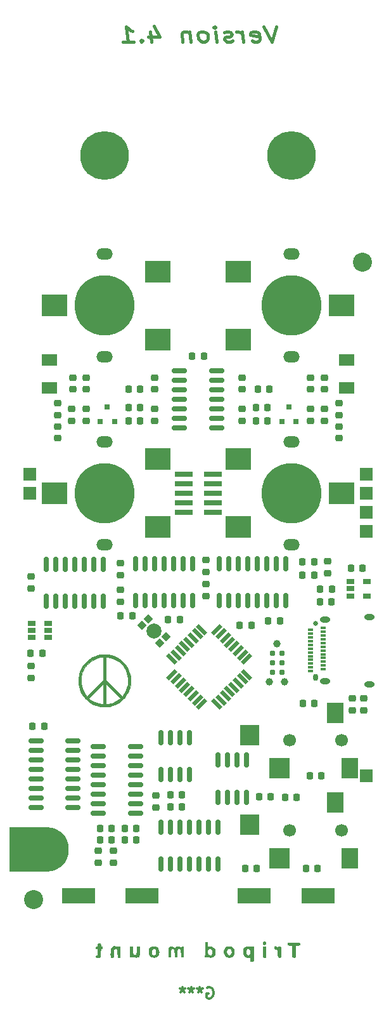
<source format=gbr>
G04 #@! TF.GenerationSoftware,KiCad,Pcbnew,6.0.11-2627ca5db0~126~ubuntu22.04.1*
G04 #@! TF.CreationDate,2023-07-01T13:56:55+02:00*
G04 #@! TF.ProjectId,OpenThereminV41,4f70656e-5468-4657-9265-6d696e563431,rev?*
G04 #@! TF.SameCoordinates,Original*
G04 #@! TF.FileFunction,Soldermask,Bot*
G04 #@! TF.FilePolarity,Negative*
%FSLAX46Y46*%
G04 Gerber Fmt 4.6, Leading zero omitted, Abs format (unit mm)*
G04 Created by KiCad (PCBNEW 6.0.11-2627ca5db0~126~ubuntu22.04.1) date 2023-07-01 13:56:55*
%MOMM*%
%LPD*%
G01*
G04 APERTURE LIST*
G04 Aperture macros list*
%AMRoundRect*
0 Rectangle with rounded corners*
0 $1 Rounding radius*
0 $2 $3 $4 $5 $6 $7 $8 $9 X,Y pos of 4 corners*
0 Add a 4 corners polygon primitive as box body*
4,1,4,$2,$3,$4,$5,$6,$7,$8,$9,$2,$3,0*
0 Add four circle primitives for the rounded corners*
1,1,$1+$1,$2,$3*
1,1,$1+$1,$4,$5*
1,1,$1+$1,$6,$7*
1,1,$1+$1,$8,$9*
0 Add four rect primitives between the rounded corners*
20,1,$1+$1,$2,$3,$4,$5,0*
20,1,$1+$1,$4,$5,$6,$7,0*
20,1,$1+$1,$6,$7,$8,$9,0*
20,1,$1+$1,$8,$9,$2,$3,0*%
%AMRotRect*
0 Rectangle, with rotation*
0 The origin of the aperture is its center*
0 $1 length*
0 $2 width*
0 $3 Rotation angle, in degrees counterclockwise*
0 Add horizontal line*
21,1,$1,$2,0,0,$3*%
G04 Aperture macros list end*
%ADD10C,0.400000*%
%ADD11C,0.300000*%
%ADD12C,0.010000*%
%ADD13R,5.000000X6.000000*%
%ADD14C,6.000000*%
%ADD15C,6.500000*%
%ADD16O,2.200000X1.500000*%
%ADD17C,8.000000*%
%ADD18R,3.500000X3.000000*%
%ADD19O,0.650000X0.950000*%
%ADD20C,0.650000*%
%ADD21R,0.700000X0.300000*%
%ADD22O,1.400000X0.800000*%
%ADD23R,0.800100X0.800100*%
%ADD24RoundRect,0.218750X0.256250X-0.218750X0.256250X0.218750X-0.256250X0.218750X-0.256250X-0.218750X0*%
%ADD25RoundRect,0.218750X-0.256250X0.218750X-0.256250X-0.218750X0.256250X-0.218750X0.256250X0.218750X0*%
%ADD26RoundRect,0.218750X0.218750X0.256250X-0.218750X0.256250X-0.218750X-0.256250X0.218750X-0.256250X0*%
%ADD27RoundRect,0.218750X-0.218750X-0.256250X0.218750X-0.256250X0.218750X0.256250X-0.218750X0.256250X0*%
%ADD28RoundRect,0.150000X0.150000X-0.825000X0.150000X0.825000X-0.150000X0.825000X-0.150000X-0.825000X0*%
%ADD29RoundRect,0.150000X-0.825000X-0.150000X0.825000X-0.150000X0.825000X0.150000X-0.825000X0.150000X0*%
%ADD30RoundRect,0.150000X-0.150000X0.825000X-0.150000X-0.825000X0.150000X-0.825000X0.150000X0.825000X0*%
%ADD31R,1.060000X0.650000*%
%ADD32R,4.500000X2.000000*%
%ADD33C,2.000000*%
%ADD34RotRect,0.900000X0.850000X135.000000*%
%ADD35RoundRect,0.150000X0.825000X0.150000X-0.825000X0.150000X-0.825000X-0.150000X0.825000X-0.150000X0*%
%ADD36R,1.700000X1.700000*%
%ADD37C,0.990600*%
%ADD38C,0.787400*%
%ADD39C,1.700000*%
%ADD40R,2.200000X2.800000*%
%ADD41R,2.800000X2.800000*%
%ADD42R,2.600000X2.800000*%
%ADD43C,2.540000*%
%ADD44RotRect,1.600000X0.550000X45.000000*%
%ADD45RotRect,1.600000X0.550000X315.000000*%
%ADD46R,2.000000X1.500000*%
%ADD47R,2.400000X0.740000*%
G04 APERTURE END LIST*
D10*
X110415535Y-38544761D02*
X109832202Y-40544761D01*
X108748869Y-38544761D01*
X107201250Y-40449523D02*
X107451250Y-40544761D01*
X107927440Y-40544761D01*
X108153630Y-40449523D01*
X108248869Y-40259047D01*
X108153630Y-39497142D01*
X108010773Y-39306666D01*
X107760773Y-39211428D01*
X107284583Y-39211428D01*
X107058392Y-39306666D01*
X106963154Y-39497142D01*
X106986964Y-39687619D01*
X108201250Y-39878095D01*
X106022678Y-40544761D02*
X105856011Y-39211428D01*
X105903630Y-39592380D02*
X105760773Y-39401904D01*
X105629821Y-39306666D01*
X105379821Y-39211428D01*
X105141726Y-39211428D01*
X104582202Y-40449523D02*
X104356011Y-40544761D01*
X103879821Y-40544761D01*
X103629821Y-40449523D01*
X103486964Y-40259047D01*
X103475059Y-40163809D01*
X103570297Y-39973333D01*
X103796488Y-39878095D01*
X104153630Y-39878095D01*
X104379821Y-39782857D01*
X104475059Y-39592380D01*
X104463154Y-39497142D01*
X104320297Y-39306666D01*
X104070297Y-39211428D01*
X103713154Y-39211428D01*
X103486964Y-39306666D01*
X102451250Y-40544761D02*
X102284583Y-39211428D01*
X102201250Y-38544761D02*
X102332202Y-38640000D01*
X102225059Y-38735238D01*
X102094107Y-38640000D01*
X102201250Y-38544761D01*
X102225059Y-38735238D01*
X100903630Y-40544761D02*
X101129821Y-40449523D01*
X101236964Y-40354285D01*
X101332202Y-40163809D01*
X101260773Y-39592380D01*
X101117916Y-39401904D01*
X100986964Y-39306666D01*
X100736964Y-39211428D01*
X100379821Y-39211428D01*
X100153630Y-39306666D01*
X100046488Y-39401904D01*
X99951250Y-39592380D01*
X100022678Y-40163809D01*
X100165535Y-40354285D01*
X100296488Y-40449523D01*
X100546488Y-40544761D01*
X100903630Y-40544761D01*
X98832202Y-39211428D02*
X98998869Y-40544761D01*
X98856011Y-39401904D02*
X98725059Y-39306666D01*
X98475059Y-39211428D01*
X98117916Y-39211428D01*
X97891726Y-39306666D01*
X97796488Y-39497142D01*
X97927440Y-40544761D01*
X93594107Y-39211428D02*
X93760773Y-40544761D01*
X94094107Y-38449523D02*
X94867916Y-39878095D01*
X93320297Y-39878095D01*
X92427440Y-40354285D02*
X92320297Y-40449523D01*
X92451250Y-40544761D01*
X92558392Y-40449523D01*
X92427440Y-40354285D01*
X92451250Y-40544761D01*
X89951250Y-40544761D02*
X91379821Y-40544761D01*
X90665535Y-40544761D02*
X90415535Y-38544761D01*
X90689345Y-38830476D01*
X90951250Y-39020952D01*
X91201250Y-39116190D01*
D11*
X101172571Y-166708000D02*
X101317714Y-166635428D01*
X101535428Y-166635428D01*
X101753142Y-166708000D01*
X101898285Y-166853142D01*
X101970857Y-166998285D01*
X102043428Y-167288571D01*
X102043428Y-167506285D01*
X101970857Y-167796571D01*
X101898285Y-167941714D01*
X101753142Y-168086857D01*
X101535428Y-168159428D01*
X101390285Y-168159428D01*
X101172571Y-168086857D01*
X101100000Y-168014285D01*
X101100000Y-167506285D01*
X101390285Y-167506285D01*
X100229142Y-166635428D02*
X100229142Y-166998285D01*
X100592000Y-166853142D02*
X100229142Y-166998285D01*
X99866285Y-166853142D01*
X100446857Y-167288571D02*
X100229142Y-166998285D01*
X100011428Y-167288571D01*
X99068000Y-166635428D02*
X99068000Y-166998285D01*
X99430857Y-166853142D02*
X99068000Y-166998285D01*
X98705142Y-166853142D01*
X99285714Y-167288571D02*
X99068000Y-166998285D01*
X98850285Y-167288571D01*
X97906857Y-166635428D02*
X97906857Y-166998285D01*
X98269714Y-166853142D02*
X97906857Y-166998285D01*
X97544000Y-166853142D01*
X98124571Y-167288571D02*
X97906857Y-166998285D01*
X97689142Y-167288571D01*
G36*
X89525728Y-128597778D02*
G01*
X89211446Y-128800100D01*
X88877197Y-128966667D01*
X88525033Y-129096252D01*
X88157006Y-129187625D01*
X87775167Y-129239560D01*
X87704691Y-129245433D01*
X87623275Y-129252498D01*
X87565288Y-129257876D01*
X87540116Y-129260721D01*
X87528200Y-129261950D01*
X87475165Y-129260798D01*
X87392830Y-129255023D01*
X87289912Y-129245578D01*
X87175129Y-129233415D01*
X87057197Y-129219489D01*
X86944835Y-129204753D01*
X86846758Y-129190161D01*
X86771684Y-129176666D01*
X86734687Y-129168758D01*
X86371531Y-129068396D01*
X86027901Y-128932326D01*
X85705415Y-128763026D01*
X85405690Y-128562975D01*
X85130345Y-128334652D01*
X84909989Y-128110083D01*
X85381316Y-128110083D01*
X85472283Y-128192094D01*
X85666441Y-128346938D01*
X85910435Y-128500803D01*
X86180658Y-128635648D01*
X86469747Y-128748248D01*
X86770335Y-128835378D01*
X87075060Y-128893814D01*
X87144581Y-128903517D01*
X87226718Y-128914615D01*
X87286112Y-128922194D01*
X87313185Y-128925000D01*
X87648167Y-128925000D01*
X87695792Y-128922323D01*
X87711003Y-128921298D01*
X87804380Y-128910955D01*
X87921909Y-128893375D01*
X88049585Y-128870979D01*
X88173401Y-128846190D01*
X88279353Y-128821428D01*
X88409531Y-128784092D01*
X88654176Y-128696193D01*
X88896104Y-128587964D01*
X89125413Y-128464485D01*
X89332196Y-128330835D01*
X89506551Y-128192094D01*
X89597518Y-128110083D01*
X88622843Y-127136502D01*
X87648167Y-126162922D01*
X87648167Y-128925000D01*
X87313185Y-128925000D01*
X87314360Y-128921892D01*
X87317309Y-128885939D01*
X87320077Y-128812512D01*
X87322620Y-128705120D01*
X87324894Y-128567271D01*
X87326854Y-128402473D01*
X87328456Y-128214235D01*
X87329655Y-128006065D01*
X87330407Y-127781471D01*
X87330667Y-127543961D01*
X87330667Y-126162922D01*
X86355992Y-127136502D01*
X85381316Y-128110083D01*
X84909989Y-128110083D01*
X84880995Y-128080535D01*
X84659260Y-127803102D01*
X84466755Y-127504834D01*
X84305099Y-127188208D01*
X84175908Y-126855703D01*
X84080801Y-126509799D01*
X84021395Y-126152972D01*
X84003213Y-125852290D01*
X84329211Y-125852290D01*
X84359559Y-126204952D01*
X84429771Y-126552904D01*
X84539514Y-126893153D01*
X84688456Y-127222710D01*
X84876264Y-127538583D01*
X84882180Y-127547328D01*
X84942345Y-127632017D01*
X85005148Y-127714376D01*
X85057906Y-127777711D01*
X85139917Y-127868673D01*
X87330363Y-125676069D01*
X87648167Y-125676069D01*
X88745548Y-126773298D01*
X89842929Y-127870526D01*
X89938197Y-127757471D01*
X90046322Y-127620383D01*
X90230911Y-127336620D01*
X90383915Y-127030343D01*
X90503833Y-126706836D01*
X90589166Y-126371386D01*
X90638413Y-126029278D01*
X90650074Y-125685796D01*
X90622648Y-125346226D01*
X90585186Y-125131254D01*
X90491294Y-124778278D01*
X90361331Y-124444276D01*
X90197330Y-124131278D01*
X90001321Y-123841319D01*
X89775338Y-123576429D01*
X89521413Y-123338641D01*
X89241578Y-123129987D01*
X88937864Y-122952499D01*
X88612304Y-122808209D01*
X88266930Y-122699149D01*
X87903774Y-122627352D01*
X87834253Y-122617649D01*
X87752117Y-122606550D01*
X87692722Y-122598971D01*
X87665649Y-122596166D01*
X87663048Y-122613295D01*
X87660327Y-122669562D01*
X87657785Y-122761815D01*
X87655460Y-122886732D01*
X87653389Y-123040989D01*
X87651610Y-123221266D01*
X87650160Y-123424240D01*
X87649078Y-123646588D01*
X87648401Y-123884988D01*
X87648167Y-124135966D01*
X87648167Y-125676069D01*
X87330363Y-125676069D01*
X87330667Y-125675765D01*
X87330667Y-124135966D01*
X87330473Y-123906979D01*
X87329834Y-123667310D01*
X87328787Y-123443394D01*
X87327369Y-123238554D01*
X87325618Y-123056113D01*
X87323571Y-122899392D01*
X87321267Y-122771714D01*
X87318743Y-122676403D01*
X87316036Y-122616779D01*
X87313185Y-122596166D01*
X87296747Y-122597721D01*
X87244917Y-122604167D01*
X87167828Y-122614462D01*
X87075060Y-122627352D01*
X86942962Y-122648678D01*
X86585560Y-122734192D01*
X86245820Y-122856704D01*
X85925976Y-123014466D01*
X85628262Y-123205731D01*
X85354911Y-123428751D01*
X85108155Y-123681778D01*
X84890229Y-123963065D01*
X84703366Y-124270865D01*
X84549798Y-124603429D01*
X84480678Y-124795944D01*
X84389438Y-125144795D01*
X84339060Y-125497907D01*
X84329211Y-125852290D01*
X84003213Y-125852290D01*
X83999307Y-125787703D01*
X84016155Y-125416471D01*
X84073555Y-125041752D01*
X84103984Y-124909215D01*
X84214811Y-124551920D01*
X84363580Y-124207935D01*
X84547791Y-123881365D01*
X84764945Y-123576314D01*
X85012542Y-123296887D01*
X85288084Y-123047189D01*
X85573970Y-122839165D01*
X85896094Y-122652951D01*
X86232617Y-122503746D01*
X86580362Y-122391550D01*
X86936151Y-122316363D01*
X87296806Y-122278185D01*
X87659151Y-122277016D01*
X88020007Y-122312855D01*
X88376198Y-122385704D01*
X88724545Y-122495562D01*
X89061871Y-122642428D01*
X89384999Y-122826304D01*
X89690750Y-123047189D01*
X89712803Y-123065175D01*
X89987867Y-123317773D01*
X90230337Y-123594453D01*
X90439720Y-123892094D01*
X90615524Y-124207576D01*
X90757257Y-124537781D01*
X90864426Y-124879587D01*
X90936539Y-125229875D01*
X90973103Y-125585526D01*
X90973250Y-125685796D01*
X90973627Y-125943419D01*
X90937616Y-126300435D01*
X90864580Y-126653455D01*
X90754026Y-126999357D01*
X90605461Y-127335023D01*
X90418393Y-127657332D01*
X90328258Y-127788568D01*
X90086186Y-128090784D01*
X90067026Y-128110083D01*
X89817992Y-128360930D01*
X89525728Y-128597778D01*
G37*
D12*
X89525728Y-128597778D02*
X89211446Y-128800100D01*
X88877197Y-128966667D01*
X88525033Y-129096252D01*
X88157006Y-129187625D01*
X87775167Y-129239560D01*
X87704691Y-129245433D01*
X87623275Y-129252498D01*
X87565288Y-129257876D01*
X87540116Y-129260721D01*
X87528200Y-129261950D01*
X87475165Y-129260798D01*
X87392830Y-129255023D01*
X87289912Y-129245578D01*
X87175129Y-129233415D01*
X87057197Y-129219489D01*
X86944835Y-129204753D01*
X86846758Y-129190161D01*
X86771684Y-129176666D01*
X86734687Y-129168758D01*
X86371531Y-129068396D01*
X86027901Y-128932326D01*
X85705415Y-128763026D01*
X85405690Y-128562975D01*
X85130345Y-128334652D01*
X84909989Y-128110083D01*
X85381316Y-128110083D01*
X85472283Y-128192094D01*
X85666441Y-128346938D01*
X85910435Y-128500803D01*
X86180658Y-128635648D01*
X86469747Y-128748248D01*
X86770335Y-128835378D01*
X87075060Y-128893814D01*
X87144581Y-128903517D01*
X87226718Y-128914615D01*
X87286112Y-128922194D01*
X87313185Y-128925000D01*
X87648167Y-128925000D01*
X87695792Y-128922323D01*
X87711003Y-128921298D01*
X87804380Y-128910955D01*
X87921909Y-128893375D01*
X88049585Y-128870979D01*
X88173401Y-128846190D01*
X88279353Y-128821428D01*
X88409531Y-128784092D01*
X88654176Y-128696193D01*
X88896104Y-128587964D01*
X89125413Y-128464485D01*
X89332196Y-128330835D01*
X89506551Y-128192094D01*
X89597518Y-128110083D01*
X88622843Y-127136502D01*
X87648167Y-126162922D01*
X87648167Y-128925000D01*
X87313185Y-128925000D01*
X87314360Y-128921892D01*
X87317309Y-128885939D01*
X87320077Y-128812512D01*
X87322620Y-128705120D01*
X87324894Y-128567271D01*
X87326854Y-128402473D01*
X87328456Y-128214235D01*
X87329655Y-128006065D01*
X87330407Y-127781471D01*
X87330667Y-127543961D01*
X87330667Y-126162922D01*
X86355992Y-127136502D01*
X85381316Y-128110083D01*
X84909989Y-128110083D01*
X84880995Y-128080535D01*
X84659260Y-127803102D01*
X84466755Y-127504834D01*
X84305099Y-127188208D01*
X84175908Y-126855703D01*
X84080801Y-126509799D01*
X84021395Y-126152972D01*
X84003213Y-125852290D01*
X84329211Y-125852290D01*
X84359559Y-126204952D01*
X84429771Y-126552904D01*
X84539514Y-126893153D01*
X84688456Y-127222710D01*
X84876264Y-127538583D01*
X84882180Y-127547328D01*
X84942345Y-127632017D01*
X85005148Y-127714376D01*
X85057906Y-127777711D01*
X85139917Y-127868673D01*
X87330363Y-125676069D01*
X87648167Y-125676069D01*
X88745548Y-126773298D01*
X89842929Y-127870526D01*
X89938197Y-127757471D01*
X90046322Y-127620383D01*
X90230911Y-127336620D01*
X90383915Y-127030343D01*
X90503833Y-126706836D01*
X90589166Y-126371386D01*
X90638413Y-126029278D01*
X90650074Y-125685796D01*
X90622648Y-125346226D01*
X90585186Y-125131254D01*
X90491294Y-124778278D01*
X90361331Y-124444276D01*
X90197330Y-124131278D01*
X90001321Y-123841319D01*
X89775338Y-123576429D01*
X89521413Y-123338641D01*
X89241578Y-123129987D01*
X88937864Y-122952499D01*
X88612304Y-122808209D01*
X88266930Y-122699149D01*
X87903774Y-122627352D01*
X87834253Y-122617649D01*
X87752117Y-122606550D01*
X87692722Y-122598971D01*
X87665649Y-122596166D01*
X87663048Y-122613295D01*
X87660327Y-122669562D01*
X87657785Y-122761815D01*
X87655460Y-122886732D01*
X87653389Y-123040989D01*
X87651610Y-123221266D01*
X87650160Y-123424240D01*
X87649078Y-123646588D01*
X87648401Y-123884988D01*
X87648167Y-124135966D01*
X87648167Y-125676069D01*
X87330363Y-125676069D01*
X87330667Y-125675765D01*
X87330667Y-124135966D01*
X87330473Y-123906979D01*
X87329834Y-123667310D01*
X87328787Y-123443394D01*
X87327369Y-123238554D01*
X87325618Y-123056113D01*
X87323571Y-122899392D01*
X87321267Y-122771714D01*
X87318743Y-122676403D01*
X87316036Y-122616779D01*
X87313185Y-122596166D01*
X87296747Y-122597721D01*
X87244917Y-122604167D01*
X87167828Y-122614462D01*
X87075060Y-122627352D01*
X86942962Y-122648678D01*
X86585560Y-122734192D01*
X86245820Y-122856704D01*
X85925976Y-123014466D01*
X85628262Y-123205731D01*
X85354911Y-123428751D01*
X85108155Y-123681778D01*
X84890229Y-123963065D01*
X84703366Y-124270865D01*
X84549798Y-124603429D01*
X84480678Y-124795944D01*
X84389438Y-125144795D01*
X84339060Y-125497907D01*
X84329211Y-125852290D01*
X84003213Y-125852290D01*
X83999307Y-125787703D01*
X84016155Y-125416471D01*
X84073555Y-125041752D01*
X84103984Y-124909215D01*
X84214811Y-124551920D01*
X84363580Y-124207935D01*
X84547791Y-123881365D01*
X84764945Y-123576314D01*
X85012542Y-123296887D01*
X85288084Y-123047189D01*
X85573970Y-122839165D01*
X85896094Y-122652951D01*
X86232617Y-122503746D01*
X86580362Y-122391550D01*
X86936151Y-122316363D01*
X87296806Y-122278185D01*
X87659151Y-122277016D01*
X88020007Y-122312855D01*
X88376198Y-122385704D01*
X88724545Y-122495562D01*
X89061871Y-122642428D01*
X89384999Y-122826304D01*
X89690750Y-123047189D01*
X89712803Y-123065175D01*
X89987867Y-123317773D01*
X90230337Y-123594453D01*
X90439720Y-123892094D01*
X90615524Y-124207576D01*
X90757257Y-124537781D01*
X90864426Y-124879587D01*
X90936539Y-125229875D01*
X90973103Y-125585526D01*
X90973250Y-125685796D01*
X90973627Y-125943419D01*
X90937616Y-126300435D01*
X90864580Y-126653455D01*
X90754026Y-126999357D01*
X90605461Y-127335023D01*
X90418393Y-127657332D01*
X90328258Y-127788568D01*
X90086186Y-128090784D01*
X90067026Y-128110083D01*
X89817992Y-128360930D01*
X89525728Y-128597778D01*
G36*
X94817042Y-162114713D02*
G01*
X94749499Y-162355069D01*
X94618173Y-162540485D01*
X94423873Y-162669539D01*
X94384607Y-162685031D01*
X94177265Y-162722946D01*
X93948011Y-162709130D01*
X93732979Y-162644872D01*
X93590164Y-162552644D01*
X93467538Y-162387504D01*
X93402008Y-162162738D01*
X93394664Y-161942946D01*
X93809015Y-161942946D01*
X93810641Y-161989007D01*
X93836760Y-162144249D01*
X93886582Y-162277112D01*
X93949481Y-162356328D01*
X93988831Y-162372988D01*
X94105740Y-162384258D01*
X94223346Y-162361271D01*
X94245129Y-162349919D01*
X94322108Y-162259796D01*
X94374258Y-162120470D01*
X94397096Y-161958955D01*
X94386135Y-161802263D01*
X94336891Y-161677405D01*
X94247675Y-161581181D01*
X94125310Y-161525516D01*
X94006929Y-161540566D01*
X93905865Y-161619626D01*
X93835450Y-161755988D01*
X93809015Y-161942946D01*
X93394664Y-161942946D01*
X93392418Y-161875734D01*
X93392753Y-161869973D01*
X93435038Y-161612421D01*
X93529228Y-161420631D01*
X93678744Y-161291626D01*
X93887003Y-161222433D01*
X94157427Y-161210075D01*
X94277406Y-161218160D01*
X94400505Y-161238993D01*
X94489969Y-161279680D01*
X94576088Y-161350372D01*
X94697256Y-161490544D01*
X94795412Y-161703679D01*
X94826484Y-161958955D01*
X94826711Y-161960821D01*
X94817042Y-162114713D01*
G37*
G36*
X86865640Y-160775665D02*
G01*
X86941209Y-160782702D01*
X86987030Y-160815929D01*
X87016665Y-160894695D01*
X87043675Y-161038351D01*
X87053693Y-161088647D01*
X87093331Y-161175562D01*
X87163590Y-161208251D01*
X87218353Y-161225462D01*
X87249930Y-161278599D01*
X87257596Y-161390957D01*
X87253958Y-161474815D01*
X87229574Y-161547688D01*
X87172788Y-161576389D01*
X87150005Y-161581398D01*
X87094609Y-161606631D01*
X87058431Y-161658040D01*
X87037454Y-161750305D01*
X87027657Y-161898103D01*
X87025023Y-162116113D01*
X87024687Y-162182338D01*
X87017436Y-162391508D01*
X86996316Y-162535221D01*
X86955464Y-162628785D01*
X86889014Y-162687507D01*
X86791103Y-162726695D01*
X86713864Y-162749468D01*
X86637974Y-162764709D01*
X86573854Y-162756728D01*
X86479450Y-162725344D01*
X86426029Y-162703851D01*
X86361823Y-162647805D01*
X86345910Y-162551754D01*
X86347657Y-162511278D01*
X86380303Y-162429502D01*
X86473122Y-162376698D01*
X86600334Y-162328600D01*
X86600334Y-161955638D01*
X86599747Y-161830863D01*
X86594926Y-161697886D01*
X86582225Y-161623038D01*
X86558097Y-161590056D01*
X86518994Y-161582676D01*
X86400684Y-161568014D01*
X86325646Y-161508223D01*
X86303506Y-161391539D01*
X86320037Y-161286598D01*
X86387445Y-161220040D01*
X86518994Y-161200402D01*
X86569645Y-161187106D01*
X86594211Y-161132020D01*
X86600334Y-161013809D01*
X86604451Y-160923898D01*
X86636406Y-160830461D01*
X86715412Y-160786585D01*
X86859557Y-160775653D01*
X86865640Y-160775665D01*
G37*
G36*
X96584231Y-161213370D02*
G01*
X96769348Y-161286503D01*
X96909815Y-161372286D01*
X97018890Y-161286344D01*
X97023054Y-161283117D01*
X97178893Y-161214028D01*
X97363815Y-161209291D01*
X97551406Y-161269728D01*
X97563758Y-161276018D01*
X97660166Y-161311204D01*
X97701248Y-161290966D01*
X97712950Y-161277703D01*
X97787790Y-161252770D01*
X97904536Y-161242877D01*
X98091820Y-161242877D01*
X98091820Y-162687024D01*
X97710184Y-162687024D01*
X97709559Y-162230419D01*
X97709214Y-162165674D01*
X97700489Y-161922976D01*
X97677294Y-161750996D01*
X97635942Y-161638572D01*
X97572745Y-161574544D01*
X97484016Y-161547751D01*
X97480165Y-161547312D01*
X97388843Y-161544690D01*
X97324394Y-161568458D01*
X97282238Y-161630308D01*
X97257797Y-161741934D01*
X97246491Y-161915030D01*
X97243740Y-162161288D01*
X97243740Y-162687024D01*
X96862104Y-162687024D01*
X96861479Y-162230419D01*
X96861134Y-162165674D01*
X96852409Y-161922976D01*
X96829214Y-161750996D01*
X96787862Y-161638572D01*
X96724665Y-161574544D01*
X96635936Y-161547751D01*
X96632084Y-161547312D01*
X96540763Y-161544690D01*
X96476314Y-161568458D01*
X96434158Y-161630308D01*
X96409717Y-161741934D01*
X96398411Y-161915030D01*
X96395660Y-162161288D01*
X96395660Y-162687024D01*
X96007914Y-162687024D01*
X96035226Y-161405218D01*
X96154201Y-161302810D01*
X96218352Y-161258405D01*
X96391695Y-161204239D01*
X96584231Y-161213370D01*
G37*
G36*
X108948444Y-160577658D02*
G01*
X109050227Y-160630024D01*
X109066594Y-160649387D01*
X109109593Y-160759758D01*
X109109305Y-160884703D01*
X109064047Y-160981465D01*
X109053843Y-160989577D01*
X108965779Y-161017362D01*
X108841426Y-161021816D01*
X108770288Y-161015570D01*
X108700159Y-160994448D01*
X108670439Y-160938336D01*
X108658268Y-160822337D01*
X108657657Y-160813226D01*
X108663280Y-160671610D01*
X108700672Y-160599994D01*
X108701669Y-160599366D01*
X108816751Y-160566107D01*
X108948444Y-160577658D01*
G37*
G36*
X113181714Y-160689097D02*
G01*
X113368441Y-160694050D01*
X113509179Y-160703089D01*
X113587016Y-160716485D01*
X113612872Y-160735630D01*
X113648166Y-160818687D01*
X113655621Y-160929344D01*
X113635238Y-161031655D01*
X113587016Y-161089670D01*
X113546242Y-161099139D01*
X113432468Y-161110869D01*
X113290188Y-161115452D01*
X113060434Y-161115452D01*
X113060434Y-161897698D01*
X113060367Y-161967546D01*
X113058110Y-162246808D01*
X113052244Y-162451393D01*
X113042213Y-162589729D01*
X113027460Y-162670245D01*
X113007429Y-162701369D01*
X112925340Y-162720497D01*
X112797772Y-162725047D01*
X112677441Y-162710341D01*
X112602471Y-162678529D01*
X112590550Y-162656869D01*
X112572972Y-162568129D01*
X112560855Y-162411399D01*
X112553844Y-162181062D01*
X112551586Y-161871506D01*
X112551586Y-161115452D01*
X112305643Y-161115452D01*
X112199000Y-161110831D01*
X112076792Y-161092318D01*
X112008815Y-161064482D01*
X111999088Y-161053213D01*
X111963042Y-160953369D01*
X111966284Y-160833665D01*
X112008815Y-160741673D01*
X112042608Y-160730077D01*
X112150134Y-160716180D01*
X112313139Y-160704750D01*
X112514710Y-160696057D01*
X112737937Y-160690371D01*
X112965909Y-160687961D01*
X113181714Y-160689097D01*
G37*
G36*
X110319923Y-161187867D02*
G01*
X110418566Y-161211065D01*
X110521342Y-161268781D01*
X110561924Y-161303064D01*
X110614471Y-161317322D01*
X110678548Y-161270697D01*
X110749847Y-161227719D01*
X110893723Y-161200876D01*
X111042776Y-161226184D01*
X111067333Y-161245630D01*
X111085505Y-161290959D01*
X111097769Y-161373801D01*
X111105197Y-161506011D01*
X111108866Y-161699443D01*
X111109850Y-161965955D01*
X111108352Y-162228475D01*
X111102926Y-162441037D01*
X111092944Y-162585158D01*
X111077790Y-162669412D01*
X111056845Y-162702375D01*
X111044834Y-162706202D01*
X110956072Y-162716552D01*
X110834224Y-162716534D01*
X110664608Y-162708261D01*
X110641391Y-162253885D01*
X110635856Y-162158037D01*
X110614324Y-161939698D01*
X110579271Y-161789046D01*
X110524552Y-161693450D01*
X110444022Y-161640276D01*
X110331536Y-161616892D01*
X110266526Y-161608213D01*
X110219353Y-161582090D01*
X110201163Y-161517633D01*
X110198164Y-161391539D01*
X110199537Y-161286790D01*
X110211922Y-161213350D01*
X110247869Y-161187371D01*
X110319923Y-161187867D01*
G37*
G36*
X107454616Y-162313471D02*
G01*
X107456208Y-162579176D01*
X107455829Y-162812274D01*
X107453600Y-162999682D01*
X107449646Y-163128318D01*
X107444088Y-163185099D01*
X107434768Y-163198119D01*
X107355135Y-163228403D01*
X107210012Y-163239198D01*
X106996661Y-163239198D01*
X106996661Y-162688326D01*
X106749234Y-162714231D01*
X106635944Y-162721131D01*
X106410349Y-162693584D01*
X106238239Y-162603049D01*
X106117563Y-162447314D01*
X106046268Y-162224168D01*
X106024242Y-161955124D01*
X106451853Y-161955124D01*
X106452050Y-162093270D01*
X106475659Y-162188522D01*
X106529153Y-162272893D01*
X106591410Y-162335928D01*
X106706956Y-162386386D01*
X106818932Y-162366323D01*
X106914640Y-162283934D01*
X106981378Y-162147411D01*
X107006447Y-161964950D01*
X106981390Y-161783871D01*
X106911454Y-161643944D01*
X106808598Y-161559913D01*
X106684802Y-161541445D01*
X106552041Y-161598206D01*
X106516762Y-161635249D01*
X106476935Y-161737438D01*
X106454986Y-161906149D01*
X106451853Y-161955124D01*
X106024242Y-161955124D01*
X106022300Y-161931402D01*
X106023453Y-161853466D01*
X106055713Y-161591690D01*
X106133972Y-161399831D01*
X106260609Y-161275262D01*
X106438000Y-161215358D01*
X106668521Y-161217492D01*
X106778888Y-161229251D01*
X106975701Y-161244775D01*
X107166277Y-161254704D01*
X107441903Y-161264114D01*
X107450503Y-161964950D01*
X107453358Y-162197558D01*
X107454616Y-162313471D01*
G37*
G36*
X109014605Y-161219502D02*
G01*
X109062523Y-161264509D01*
X109092543Y-161350152D01*
X109108830Y-161487506D01*
X109115548Y-161687649D01*
X109116862Y-161961656D01*
X109116550Y-162073422D01*
X109112222Y-162330396D01*
X109102384Y-162512397D01*
X109086503Y-162626671D01*
X109064047Y-162680462D01*
X109053843Y-162688574D01*
X108965779Y-162716359D01*
X108841426Y-162720813D01*
X108671620Y-162708261D01*
X108671620Y-161221639D01*
X108833594Y-161208280D01*
X108848416Y-161207091D01*
X108944624Y-161204055D01*
X109014605Y-161219502D01*
G37*
G36*
X92232213Y-161830591D02*
G01*
X92221056Y-162085101D01*
X92201360Y-162302805D01*
X92170461Y-162459287D01*
X92124562Y-162567069D01*
X92059864Y-162638671D01*
X91972570Y-162686616D01*
X91891710Y-162710299D01*
X91725403Y-162725332D01*
X91561690Y-162707973D01*
X91439211Y-162660140D01*
X91428182Y-162652548D01*
X91352063Y-162616770D01*
X91308962Y-162641658D01*
X91301624Y-162650106D01*
X91223758Y-162676715D01*
X91090956Y-162679161D01*
X90904341Y-162665786D01*
X90904341Y-161264114D01*
X91099299Y-161251433D01*
X91294256Y-161238751D01*
X91318813Y-161705015D01*
X91329154Y-161859728D01*
X91347224Y-162040884D01*
X91368031Y-162180293D01*
X91388835Y-162256376D01*
X91445124Y-162325513D01*
X91560119Y-162373936D01*
X91685914Y-162348779D01*
X91702659Y-162338746D01*
X91733745Y-162306453D01*
X91754706Y-162249990D01*
X91768150Y-162154162D01*
X91776688Y-162003775D01*
X91782925Y-161783634D01*
X91794825Y-161264114D01*
X92022958Y-161251084D01*
X92251092Y-161238054D01*
X92232213Y-161830591D01*
G37*
G36*
X89062255Y-161222928D02*
G01*
X89078603Y-161231168D01*
X89185090Y-161264482D01*
X89274129Y-161241621D01*
X89371718Y-161213289D01*
X89496367Y-161208476D01*
X89632221Y-161221639D01*
X89643915Y-161920845D01*
X89646045Y-162083519D01*
X89646895Y-162304440D01*
X89645151Y-162486962D01*
X89641004Y-162615577D01*
X89634645Y-162674775D01*
X89631046Y-162681750D01*
X89568267Y-162716694D01*
X89464956Y-162728059D01*
X89356994Y-162715464D01*
X89280267Y-162678529D01*
X89275777Y-162673040D01*
X89250346Y-162588206D01*
X89234709Y-162424626D01*
X89229383Y-162187275D01*
X89227533Y-162057573D01*
X89218606Y-161878940D01*
X89203966Y-161740585D01*
X89185487Y-161664834D01*
X89124282Y-161611627D01*
X89013887Y-161583063D01*
X88896964Y-161591086D01*
X88811949Y-161638415D01*
X88794267Y-161692436D01*
X88776454Y-161817184D01*
X88762331Y-161992757D01*
X88753752Y-162201207D01*
X88741736Y-162708261D01*
X88579762Y-162721621D01*
X88557859Y-162723311D01*
X88448946Y-162723928D01*
X88374072Y-162699646D01*
X88327887Y-162638517D01*
X88305044Y-162528595D01*
X88300193Y-162357931D01*
X88307986Y-162114580D01*
X88322011Y-161861569D01*
X88343842Y-161652351D01*
X88376932Y-161500808D01*
X88425932Y-161392686D01*
X88495494Y-161313734D01*
X88590269Y-161249700D01*
X88601139Y-161243640D01*
X88766393Y-161173417D01*
X88909988Y-161167086D01*
X89062255Y-161222928D01*
G37*
G36*
X102279732Y-162302077D02*
G01*
X102179713Y-162502159D01*
X102027676Y-162643257D01*
X101874806Y-162707366D01*
X101664740Y-162722701D01*
X101463787Y-162662975D01*
X101367532Y-162625836D01*
X101322440Y-162642000D01*
X101303262Y-162657942D01*
X101219239Y-162678841D01*
X101094434Y-162687024D01*
X101061858Y-162686871D01*
X100951463Y-162680410D01*
X100905456Y-162660061D01*
X100907150Y-162619838D01*
X100910654Y-162601832D01*
X100917772Y-162506725D01*
X100923887Y-162345867D01*
X100928666Y-162132423D01*
X100930610Y-161974401D01*
X101314524Y-161974401D01*
X101320340Y-162115027D01*
X101346271Y-162227245D01*
X101399332Y-162304750D01*
X101486843Y-162360897D01*
X101611352Y-162389699D01*
X101704345Y-162378919D01*
X101819445Y-162311088D01*
X101886461Y-162177549D01*
X101908181Y-161974401D01*
X101893074Y-161771154D01*
X101842935Y-161636458D01*
X101751212Y-161562668D01*
X101611352Y-161540201D01*
X101472408Y-161562299D01*
X101380327Y-161635642D01*
X101329883Y-161769815D01*
X101314524Y-161974401D01*
X100930610Y-161974401D01*
X100931777Y-161879559D01*
X100932888Y-161600440D01*
X100932888Y-160648228D01*
X101314524Y-160648228D01*
X101314524Y-160971334D01*
X101314664Y-161032178D01*
X101318032Y-161171040D01*
X101328880Y-161245256D01*
X101351137Y-161270170D01*
X101388731Y-161261125D01*
X101412393Y-161252553D01*
X101519563Y-161228576D01*
X101653756Y-161210910D01*
X101720783Y-161207092D01*
X101859606Y-161225074D01*
X101989090Y-161292775D01*
X102083763Y-161363513D01*
X102211479Y-161501366D01*
X102285545Y-161667627D01*
X102320711Y-161888808D01*
X102322072Y-161974401D01*
X102323342Y-162054319D01*
X102279732Y-162302077D01*
G37*
G36*
X104779928Y-162435457D02*
G01*
X104651546Y-162591563D01*
X104467578Y-162688054D01*
X104400667Y-162702093D01*
X104256763Y-162714595D01*
X104096792Y-162714327D01*
X103959884Y-162703659D01*
X103860116Y-162676840D01*
X103774037Y-162618116D01*
X103667198Y-162511198D01*
X103612660Y-162449220D01*
X103492148Y-162251571D01*
X103441270Y-162031145D01*
X103445838Y-161940434D01*
X103871362Y-161940434D01*
X103897902Y-162131000D01*
X103991689Y-162289603D01*
X104032453Y-162327753D01*
X104158825Y-162388283D01*
X104280453Y-162371363D01*
X104383769Y-162281825D01*
X104455202Y-162124503D01*
X104477646Y-161983019D01*
X104461704Y-161816916D01*
X104404946Y-161680705D01*
X104319013Y-161582707D01*
X104215545Y-161531242D01*
X104106182Y-161534632D01*
X104002564Y-161601200D01*
X103916331Y-161739265D01*
X103915327Y-161741687D01*
X103871362Y-161940434D01*
X103445838Y-161940434D01*
X103454490Y-161768605D01*
X103463245Y-161723437D01*
X103546307Y-161525832D01*
X103685197Y-161356387D01*
X103858471Y-161242999D01*
X103931813Y-161221028D01*
X104106831Y-161203694D01*
X104301174Y-161215222D01*
X104480885Y-161252486D01*
X104612006Y-161312360D01*
X104613960Y-161313801D01*
X104760830Y-161471318D01*
X104847747Y-161683917D01*
X104876395Y-161955696D01*
X104874084Y-161983019D01*
X104854306Y-162216904D01*
X104779928Y-162435457D01*
G37*
D13*
X77250000Y-148250000D03*
D14*
X79750000Y-148250000D03*
D15*
X112500000Y-55750000D03*
X87500000Y-55750000D03*
D16*
X112500000Y-107600000D03*
X112500000Y-93900000D03*
D17*
X112500000Y-100750000D03*
D18*
X105350000Y-96250000D03*
X119150000Y-100750000D03*
X105350000Y-105250000D03*
D16*
X112500000Y-82600000D03*
X112500000Y-68900000D03*
D17*
X112500000Y-75750000D03*
D18*
X105350000Y-71250000D03*
X119150000Y-75750000D03*
X105350000Y-80250000D03*
D19*
X115690000Y-125350000D03*
D20*
X115690000Y-118150000D03*
D21*
X115030000Y-119000000D03*
X115030000Y-119500000D03*
X115030000Y-120000000D03*
X115030000Y-120500000D03*
X115030000Y-121000000D03*
X115030000Y-121500000D03*
X115030000Y-122000000D03*
X115030000Y-122500000D03*
X115030000Y-123000000D03*
X115030000Y-123500000D03*
X115030000Y-124000000D03*
X115030000Y-124500000D03*
X116730000Y-124250000D03*
X116730000Y-123750000D03*
X116730000Y-123250000D03*
X116730000Y-122750000D03*
X116730000Y-122250000D03*
X116730000Y-121750000D03*
X116730000Y-121250000D03*
X116730000Y-120750000D03*
X116730000Y-120250000D03*
X116730000Y-119750000D03*
X116730000Y-119250000D03*
X116730000Y-118750000D03*
D22*
X122890000Y-126240000D03*
X122890000Y-117260000D03*
X116940000Y-117620000D03*
X116940000Y-125880000D03*
D23*
X88824000Y-91237000D03*
X86924000Y-91237000D03*
X87874000Y-89238020D03*
D24*
X85014000Y-86919000D03*
X85014000Y-85344000D03*
X83236000Y-86919000D03*
X83236000Y-85344000D03*
D25*
X81204000Y-88773000D03*
X81204000Y-90348000D03*
X83109000Y-89535000D03*
X83109000Y-91110000D03*
D24*
X88697000Y-150063500D03*
X88697000Y-148488500D03*
D25*
X94348500Y-141122500D03*
X94348500Y-142697500D03*
X77648000Y-111912500D03*
X77648000Y-113487500D03*
X101079500Y-109690000D03*
X101079500Y-111265000D03*
D26*
X100762000Y-82474000D03*
X99187000Y-82474000D03*
X109550500Y-86919000D03*
X107975500Y-86919000D03*
X109296500Y-91110000D03*
X107721500Y-91110000D03*
D25*
X94158000Y-85344000D03*
X94158000Y-86919000D03*
D26*
X92253000Y-89332000D03*
X90678000Y-89332000D03*
D27*
X90678000Y-91110000D03*
X92253000Y-91110000D03*
D26*
X91770500Y-146990000D03*
X90195500Y-146990000D03*
D27*
X108142500Y-141290000D03*
X109717500Y-141290000D03*
D23*
X113076000Y-91250760D03*
X111176000Y-91250760D03*
X112126000Y-89251780D03*
D27*
X90678000Y-86919000D03*
X92253000Y-86919000D03*
D25*
X118796000Y-88773000D03*
X118796000Y-90348000D03*
D24*
X114986000Y-86919000D03*
X114986000Y-85344000D03*
D25*
X116891000Y-89560500D03*
X116891000Y-91135500D03*
D24*
X114986000Y-91135500D03*
X114986000Y-89560500D03*
X116891000Y-86919000D03*
X116891000Y-85344000D03*
D28*
X111684000Y-115110000D03*
X110414000Y-115110000D03*
X109144000Y-115110000D03*
X107874000Y-115110000D03*
X106604000Y-115110000D03*
X105334000Y-115110000D03*
X104064000Y-115110000D03*
X102794000Y-115110000D03*
X102794000Y-110160000D03*
X104064000Y-110160000D03*
X105334000Y-110160000D03*
X106604000Y-110160000D03*
X107874000Y-110160000D03*
X109144000Y-110160000D03*
X110414000Y-110160000D03*
X111684000Y-110160000D03*
D27*
X105562500Y-118415000D03*
X107137500Y-118415000D03*
D29*
X97525000Y-92060000D03*
X97525000Y-90790000D03*
X97525000Y-89520000D03*
X97525000Y-88250000D03*
X97525000Y-86980000D03*
X97525000Y-85710000D03*
X97525000Y-84440000D03*
X102475000Y-84440000D03*
X102475000Y-85710000D03*
X102475000Y-86980000D03*
X102475000Y-88250000D03*
X102475000Y-89520000D03*
X102475000Y-90790000D03*
X102475000Y-92060000D03*
D30*
X95047000Y-133339000D03*
X96317000Y-133339000D03*
X97587000Y-133339000D03*
X98857000Y-133339000D03*
X98857000Y-138289000D03*
X97587000Y-138289000D03*
X96317000Y-138289000D03*
X95047000Y-138289000D03*
D24*
X117272000Y-111455500D03*
X117272000Y-109880500D03*
D27*
X113944500Y-111684000D03*
X115519500Y-111684000D03*
X113944500Y-109906000D03*
X115519500Y-109906000D03*
X113960000Y-128830000D03*
X115535000Y-128830000D03*
D28*
X87300000Y-115175000D03*
X86030000Y-115175000D03*
X84760000Y-115175000D03*
X83490000Y-115175000D03*
X82220000Y-115175000D03*
X80950000Y-115175000D03*
X79680000Y-115175000D03*
X79680000Y-110225000D03*
X80950000Y-110225000D03*
X82220000Y-110225000D03*
X83490000Y-110225000D03*
X84760000Y-110225000D03*
X86030000Y-110225000D03*
X87300000Y-110225000D03*
D24*
X77648000Y-125425500D03*
X77648000Y-123850500D03*
D31*
X79934000Y-118100000D03*
X79934000Y-119050000D03*
X79934000Y-120000000D03*
X77734000Y-120000000D03*
X77734000Y-119050000D03*
X77734000Y-118100000D03*
D32*
X84007000Y-154491000D03*
X92507000Y-154491000D03*
D24*
X89586000Y-111709500D03*
X89586000Y-110134500D03*
D33*
X94100000Y-119150000D03*
D34*
X95673313Y-119910140D03*
X94860140Y-120723313D03*
X92526687Y-118389860D03*
X93339860Y-117576687D03*
D31*
X120320000Y-114470000D03*
X120320000Y-113520000D03*
X120320000Y-112570000D03*
X122520000Y-112570000D03*
X122520000Y-114470000D03*
D27*
X109347100Y-117830800D03*
X110922100Y-117830800D03*
D25*
X89586000Y-113690500D03*
X89586000Y-115265500D03*
D26*
X115964000Y-150808000D03*
X114389000Y-150808000D03*
D24*
X86665000Y-150038000D03*
X86665000Y-148463000D03*
D35*
X83298000Y-133782000D03*
X83298000Y-135052000D03*
X83298000Y-136322000D03*
X83298000Y-137592000D03*
X83298000Y-138862000D03*
X83298000Y-140132000D03*
X83298000Y-141402000D03*
X83298000Y-142672000D03*
X78348000Y-142672000D03*
X78348000Y-141402000D03*
X78348000Y-140132000D03*
X78348000Y-138862000D03*
X78348000Y-137592000D03*
X78348000Y-136322000D03*
X78348000Y-135052000D03*
X78348000Y-133782000D03*
D27*
X77876500Y-131877000D03*
X79451500Y-131877000D03*
D26*
X97866500Y-141021000D03*
X96291500Y-141021000D03*
X97866500Y-142608500D03*
X96291500Y-142608500D03*
X91199000Y-117145000D03*
X89624000Y-117145000D03*
D27*
X95999500Y-117653000D03*
X97574500Y-117653000D03*
X107721500Y-89332000D03*
X109296500Y-89332000D03*
D25*
X94158000Y-89535000D03*
X94158000Y-91110000D03*
D24*
X85014000Y-91110000D03*
X85014000Y-89535000D03*
D25*
X118796000Y-91872000D03*
X118796000Y-93447000D03*
D26*
X121996400Y-110744200D03*
X120421400Y-110744200D03*
D25*
X105842000Y-85344000D03*
X105842000Y-86919000D03*
X105842000Y-89512500D03*
X105842000Y-91087500D03*
X81204000Y-91872000D03*
X81204000Y-93447000D03*
D36*
X77500000Y-100750000D03*
X122500000Y-100750000D03*
X77500000Y-98210000D03*
X122500000Y-98210000D03*
D30*
X95047000Y-145277000D03*
X96317000Y-145277000D03*
X97587000Y-145277000D03*
X98857000Y-145277000D03*
X100127000Y-145277000D03*
X101397000Y-145277000D03*
X102667000Y-145277000D03*
X102667000Y-150227000D03*
X101397000Y-150227000D03*
X100127000Y-150227000D03*
X98857000Y-150227000D03*
X97587000Y-150227000D03*
X96317000Y-150227000D03*
X95047000Y-150227000D03*
D25*
X122103500Y-128166000D03*
X122103500Y-129741000D03*
D37*
X109525000Y-125892000D03*
X111557000Y-125892000D03*
X110541000Y-120812000D03*
D38*
X111176000Y-122082000D03*
X109906000Y-122082000D03*
X111176000Y-123352000D03*
X109906000Y-123352000D03*
X111176000Y-124622000D03*
X109906000Y-124622000D03*
D39*
X112200000Y-145750000D03*
X119200000Y-145750000D03*
D40*
X120300000Y-149450000D03*
X118300000Y-142050000D03*
D41*
X110900000Y-149450000D03*
D42*
X106900000Y-145000000D03*
D26*
X79197500Y-122098000D03*
X77622500Y-122098000D03*
D28*
X99238000Y-115110000D03*
X97968000Y-115110000D03*
X96698000Y-115110000D03*
X95428000Y-115110000D03*
X94158000Y-115110000D03*
X92888000Y-115110000D03*
X91618000Y-115110000D03*
X91618000Y-110160000D03*
X92888000Y-110160000D03*
X94158000Y-110160000D03*
X95428000Y-110160000D03*
X96698000Y-110160000D03*
X97968000Y-110160000D03*
X99238000Y-110160000D03*
D30*
X102642000Y-136380500D03*
X103912000Y-136380500D03*
X105182000Y-136380500D03*
X106452000Y-136380500D03*
X106452000Y-141330500D03*
X105182000Y-141330500D03*
X103912000Y-141330500D03*
X102642000Y-141330500D03*
D39*
X112200000Y-133750000D03*
X119200000Y-133750000D03*
D40*
X120300000Y-137450000D03*
X118300000Y-130050000D03*
D41*
X110900000Y-137450000D03*
D42*
X106900000Y-133000000D03*
D43*
X122000000Y-70000000D03*
X78000000Y-155000000D03*
D32*
X107493000Y-154491000D03*
X115993000Y-154491000D03*
D35*
X91618000Y-134544000D03*
X91618000Y-135814000D03*
X91618000Y-137084000D03*
X91618000Y-138354000D03*
X91618000Y-139624000D03*
X91618000Y-140894000D03*
X91618000Y-142164000D03*
X91618000Y-143434000D03*
X86668000Y-143434000D03*
X86668000Y-142164000D03*
X86668000Y-140894000D03*
X86668000Y-139624000D03*
X86668000Y-138354000D03*
X86668000Y-137084000D03*
X86668000Y-135814000D03*
X86668000Y-134544000D03*
D26*
X107836000Y-150808000D03*
X106261000Y-150808000D03*
D36*
X122500000Y-103290000D03*
X122500000Y-105830000D03*
D24*
X101016000Y-114503500D03*
X101016000Y-112928500D03*
D27*
X111612500Y-141310000D03*
X113187500Y-141310000D03*
D25*
X120579500Y-128166000D03*
X120579500Y-129741000D03*
D36*
X122500000Y-138430200D03*
D44*
X100468734Y-128925856D03*
X99903049Y-128360170D03*
X99337363Y-127794485D03*
X98771678Y-127228800D03*
X98205992Y-126663114D03*
X97640307Y-126097429D03*
X97074622Y-125531743D03*
X96508936Y-124966058D03*
D45*
X96508936Y-122915448D03*
X97074622Y-122349763D03*
X97640307Y-121784077D03*
X98205992Y-121218392D03*
X98771678Y-120652706D03*
X99337363Y-120087021D03*
X99903049Y-119521336D03*
X100468734Y-118955650D03*
D44*
X102519344Y-118955650D03*
X103085029Y-119521336D03*
X103650715Y-120087021D03*
X104216400Y-120652706D03*
X104782086Y-121218392D03*
X105347771Y-121784077D03*
X105913456Y-122349763D03*
X106479142Y-122915448D03*
D45*
X106479142Y-124966058D03*
X105913456Y-125531743D03*
X105347771Y-126097429D03*
X104782086Y-126663114D03*
X104216400Y-127228800D03*
X103650715Y-127794485D03*
X103085029Y-128360170D03*
X102519344Y-128925856D03*
D17*
X87500000Y-75750000D03*
D16*
X87500000Y-82600000D03*
X87500000Y-68900000D03*
D18*
X94650000Y-80250000D03*
X80850000Y-75750000D03*
X94650000Y-71250000D03*
D27*
X86882500Y-145490000D03*
X88457500Y-145490000D03*
D26*
X88457500Y-146980000D03*
X86882500Y-146980000D03*
D27*
X90195500Y-145466000D03*
X91770500Y-145466000D03*
D46*
X80140000Y-83020000D03*
X80140000Y-86720000D03*
X119860000Y-83020000D03*
X119860000Y-86720000D03*
D17*
X87500000Y-100750000D03*
D16*
X87500000Y-107600000D03*
X87500000Y-93900000D03*
D18*
X94650000Y-105250000D03*
X80850000Y-100750000D03*
X94650000Y-96250000D03*
D27*
X114897000Y-138488500D03*
X116472000Y-138488500D03*
X116255800Y-115240000D03*
X117830800Y-115240000D03*
X116295000Y-113530000D03*
X117870000Y-113530000D03*
D47*
X101950000Y-98210000D03*
X98050000Y-98210000D03*
X101950000Y-99480000D03*
X98050000Y-99480000D03*
X101950000Y-100750000D03*
X98050000Y-100750000D03*
X101950000Y-102020000D03*
X98050000Y-102020000D03*
X101950000Y-103290000D03*
X98050000Y-103290000D03*
M02*

</source>
